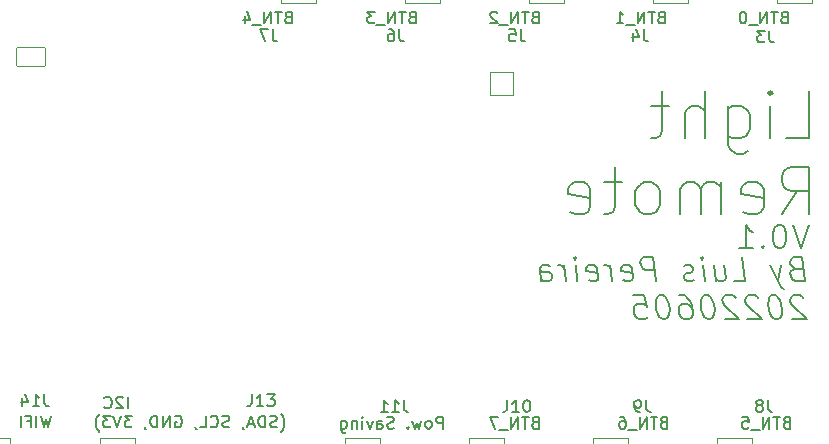
<source format=gbo>
%TF.GenerationSoftware,KiCad,Pcbnew,(6.0.4)*%
%TF.CreationDate,2022-05-09T12:24:25+01:00*%
%TF.ProjectId,light_remote_controller,6c696768-745f-4726-956d-6f74655f636f,v0.1*%
%TF.SameCoordinates,Original*%
%TF.FileFunction,Legend,Bot*%
%TF.FilePolarity,Positive*%
%FSLAX46Y46*%
G04 Gerber Fmt 4.6, Leading zero omitted, Abs format (unit mm)*
G04 Created by KiCad (PCBNEW (6.0.4)) date 2022-05-09 12:24:25*
%MOMM*%
%LPD*%
G01*
G04 APERTURE LIST*
G04 Aperture macros list*
%AMRoundRect*
0 Rectangle with rounded corners*
0 $1 Rounding radius*
0 $2 $3 $4 $5 $6 $7 $8 $9 X,Y pos of 4 corners*
0 Add a 4 corners polygon primitive as box body*
4,1,4,$2,$3,$4,$5,$6,$7,$8,$9,$2,$3,0*
0 Add four circle primitives for the rounded corners*
1,1,$1+$1,$2,$3*
1,1,$1+$1,$4,$5*
1,1,$1+$1,$6,$7*
1,1,$1+$1,$8,$9*
0 Add four rect primitives between the rounded corners*
20,1,$1+$1,$2,$3,$4,$5,0*
20,1,$1+$1,$4,$5,$6,$7,0*
20,1,$1+$1,$6,$7,$8,$9,0*
20,1,$1+$1,$8,$9,$2,$3,0*%
G04 Aperture macros list end*
%ADD10C,0.150000*%
%ADD11C,0.160000*%
%ADD12RoundRect,0.050000X-0.850000X0.850000X-0.850000X-0.850000X0.850000X-0.850000X0.850000X0.850000X0*%
%ADD13O,1.800000X1.800000*%
%ADD14RoundRect,0.050000X1.500000X1.500000X-1.500000X1.500000X-1.500000X-1.500000X1.500000X-1.500000X0*%
%ADD15C,3.100000*%
%ADD16RoundRect,0.050000X-1.500000X-1.500000X1.500000X-1.500000X1.500000X1.500000X-1.500000X1.500000X0*%
%ADD17RoundRect,0.050000X0.900000X-0.900000X0.900000X0.900000X-0.900000X0.900000X-0.900000X-0.900000X0*%
%ADD18C,1.900000*%
%ADD19RoundRect,0.050000X-1.200000X-0.800000X1.200000X-0.800000X1.200000X0.800000X-1.200000X0.800000X0*%
%ADD20O,2.500000X1.700000*%
%ADD21C,1.624000*%
%ADD22RoundRect,0.050000X-1.000000X1.000000X-1.000000X-1.000000X1.000000X-1.000000X1.000000X1.000000X0*%
%ADD23O,1.700000X2.100000*%
G04 APERTURE END LIST*
D10*
X255890476Y-46528571D02*
X255747619Y-46576190D01*
X255700000Y-46623809D01*
X255652380Y-46719047D01*
X255652380Y-46861904D01*
X255700000Y-46957142D01*
X255747619Y-47004761D01*
X255842857Y-47052380D01*
X256223809Y-47052380D01*
X256223809Y-46052380D01*
X255890476Y-46052380D01*
X255795238Y-46100000D01*
X255747619Y-46147619D01*
X255700000Y-46242857D01*
X255700000Y-46338095D01*
X255747619Y-46433333D01*
X255795238Y-46480952D01*
X255890476Y-46528571D01*
X256223809Y-46528571D01*
X255366666Y-46052380D02*
X254795238Y-46052380D01*
X255080952Y-47052380D02*
X255080952Y-46052380D01*
X254461904Y-47052380D02*
X254461904Y-46052380D01*
X253890476Y-47052380D01*
X253890476Y-46052380D01*
X253652380Y-47147619D02*
X252890476Y-47147619D01*
X252461904Y-46052380D02*
X252366666Y-46052380D01*
X252271428Y-46100000D01*
X252223809Y-46147619D01*
X252176190Y-46242857D01*
X252128571Y-46433333D01*
X252128571Y-46671428D01*
X252176190Y-46861904D01*
X252223809Y-46957142D01*
X252271428Y-47004761D01*
X252366666Y-47052380D01*
X252461904Y-47052380D01*
X252557142Y-47004761D01*
X252604761Y-46957142D01*
X252652380Y-46861904D01*
X252700000Y-46671428D01*
X252700000Y-46433333D01*
X252652380Y-46242857D01*
X252604761Y-46147619D01*
X252557142Y-46100000D01*
X252461904Y-46052380D01*
X234790476Y-46528571D02*
X234647619Y-46576190D01*
X234600000Y-46623809D01*
X234552380Y-46719047D01*
X234552380Y-46861904D01*
X234600000Y-46957142D01*
X234647619Y-47004761D01*
X234742857Y-47052380D01*
X235123809Y-47052380D01*
X235123809Y-46052380D01*
X234790476Y-46052380D01*
X234695238Y-46100000D01*
X234647619Y-46147619D01*
X234600000Y-46242857D01*
X234600000Y-46338095D01*
X234647619Y-46433333D01*
X234695238Y-46480952D01*
X234790476Y-46528571D01*
X235123809Y-46528571D01*
X234266666Y-46052380D02*
X233695238Y-46052380D01*
X233980952Y-47052380D02*
X233980952Y-46052380D01*
X233361904Y-47052380D02*
X233361904Y-46052380D01*
X232790476Y-47052380D01*
X232790476Y-46052380D01*
X232552380Y-47147619D02*
X231790476Y-47147619D01*
X231600000Y-46147619D02*
X231552380Y-46100000D01*
X231457142Y-46052380D01*
X231219047Y-46052380D01*
X231123809Y-46100000D01*
X231076190Y-46147619D01*
X231028571Y-46242857D01*
X231028571Y-46338095D01*
X231076190Y-46480952D01*
X231647619Y-47052380D01*
X231028571Y-47052380D01*
X200349880Y-79647380D02*
X200349880Y-78647380D01*
X199921309Y-78742619D02*
X199873690Y-78695000D01*
X199778452Y-78647380D01*
X199540357Y-78647380D01*
X199445119Y-78695000D01*
X199397500Y-78742619D01*
X199349880Y-78837857D01*
X199349880Y-78933095D01*
X199397500Y-79075952D01*
X199968928Y-79647380D01*
X199349880Y-79647380D01*
X198349880Y-79552142D02*
X198397500Y-79599761D01*
X198540357Y-79647380D01*
X198635595Y-79647380D01*
X198778452Y-79599761D01*
X198873690Y-79504523D01*
X198921309Y-79409285D01*
X198968928Y-79218809D01*
X198968928Y-79075952D01*
X198921309Y-78885476D01*
X198873690Y-78790238D01*
X198778452Y-78695000D01*
X198635595Y-78647380D01*
X198540357Y-78647380D01*
X198397500Y-78695000D01*
X198349880Y-78742619D01*
X213302261Y-81638333D02*
X213349880Y-81590714D01*
X213445119Y-81447857D01*
X213492738Y-81352619D01*
X213540357Y-81209761D01*
X213587976Y-80971666D01*
X213587976Y-80781190D01*
X213540357Y-80543095D01*
X213492738Y-80400238D01*
X213445119Y-80305000D01*
X213349880Y-80162142D01*
X213302261Y-80114523D01*
X212968928Y-81209761D02*
X212826071Y-81257380D01*
X212587976Y-81257380D01*
X212492738Y-81209761D01*
X212445119Y-81162142D01*
X212397500Y-81066904D01*
X212397500Y-80971666D01*
X212445119Y-80876428D01*
X212492738Y-80828809D01*
X212587976Y-80781190D01*
X212778452Y-80733571D01*
X212873690Y-80685952D01*
X212921309Y-80638333D01*
X212968928Y-80543095D01*
X212968928Y-80447857D01*
X212921309Y-80352619D01*
X212873690Y-80305000D01*
X212778452Y-80257380D01*
X212540357Y-80257380D01*
X212397500Y-80305000D01*
X211968928Y-81257380D02*
X211968928Y-80257380D01*
X211730833Y-80257380D01*
X211587976Y-80305000D01*
X211492738Y-80400238D01*
X211445119Y-80495476D01*
X211397500Y-80685952D01*
X211397500Y-80828809D01*
X211445119Y-81019285D01*
X211492738Y-81114523D01*
X211587976Y-81209761D01*
X211730833Y-81257380D01*
X211968928Y-81257380D01*
X211016547Y-80971666D02*
X210540357Y-80971666D01*
X211111785Y-81257380D02*
X210778452Y-80257380D01*
X210445119Y-81257380D01*
X210064166Y-81209761D02*
X210064166Y-81257380D01*
X210111785Y-81352619D01*
X210159404Y-81400238D01*
X208921309Y-81209761D02*
X208778452Y-81257380D01*
X208540357Y-81257380D01*
X208445119Y-81209761D01*
X208397500Y-81162142D01*
X208349880Y-81066904D01*
X208349880Y-80971666D01*
X208397500Y-80876428D01*
X208445119Y-80828809D01*
X208540357Y-80781190D01*
X208730833Y-80733571D01*
X208826071Y-80685952D01*
X208873690Y-80638333D01*
X208921309Y-80543095D01*
X208921309Y-80447857D01*
X208873690Y-80352619D01*
X208826071Y-80305000D01*
X208730833Y-80257380D01*
X208492738Y-80257380D01*
X208349880Y-80305000D01*
X207349880Y-81162142D02*
X207397500Y-81209761D01*
X207540357Y-81257380D01*
X207635595Y-81257380D01*
X207778452Y-81209761D01*
X207873690Y-81114523D01*
X207921309Y-81019285D01*
X207968928Y-80828809D01*
X207968928Y-80685952D01*
X207921309Y-80495476D01*
X207873690Y-80400238D01*
X207778452Y-80305000D01*
X207635595Y-80257380D01*
X207540357Y-80257380D01*
X207397500Y-80305000D01*
X207349880Y-80352619D01*
X206445119Y-81257380D02*
X206921309Y-81257380D01*
X206921309Y-80257380D01*
X206064166Y-81209761D02*
X206064166Y-81257380D01*
X206111785Y-81352619D01*
X206159404Y-81400238D01*
X204349880Y-80305000D02*
X204445119Y-80257380D01*
X204587976Y-80257380D01*
X204730833Y-80305000D01*
X204826071Y-80400238D01*
X204873690Y-80495476D01*
X204921309Y-80685952D01*
X204921309Y-80828809D01*
X204873690Y-81019285D01*
X204826071Y-81114523D01*
X204730833Y-81209761D01*
X204587976Y-81257380D01*
X204492738Y-81257380D01*
X204349880Y-81209761D01*
X204302261Y-81162142D01*
X204302261Y-80828809D01*
X204492738Y-80828809D01*
X203873690Y-81257380D02*
X203873690Y-80257380D01*
X203302261Y-81257380D01*
X203302261Y-80257380D01*
X202826071Y-81257380D02*
X202826071Y-80257380D01*
X202587976Y-80257380D01*
X202445119Y-80305000D01*
X202349880Y-80400238D01*
X202302261Y-80495476D01*
X202254642Y-80685952D01*
X202254642Y-80828809D01*
X202302261Y-81019285D01*
X202349880Y-81114523D01*
X202445119Y-81209761D01*
X202587976Y-81257380D01*
X202826071Y-81257380D01*
X201778452Y-81209761D02*
X201778452Y-81257380D01*
X201826071Y-81352619D01*
X201873690Y-81400238D01*
X200683214Y-80257380D02*
X200064166Y-80257380D01*
X200397500Y-80638333D01*
X200254642Y-80638333D01*
X200159404Y-80685952D01*
X200111785Y-80733571D01*
X200064166Y-80828809D01*
X200064166Y-81066904D01*
X200111785Y-81162142D01*
X200159404Y-81209761D01*
X200254642Y-81257380D01*
X200540357Y-81257380D01*
X200635595Y-81209761D01*
X200683214Y-81162142D01*
X199778452Y-80257380D02*
X199445119Y-81257380D01*
X199111785Y-80257380D01*
X198873690Y-80257380D02*
X198254642Y-80257380D01*
X198587976Y-80638333D01*
X198445119Y-80638333D01*
X198349880Y-80685952D01*
X198302261Y-80733571D01*
X198254642Y-80828809D01*
X198254642Y-81066904D01*
X198302261Y-81162142D01*
X198349880Y-81209761D01*
X198445119Y-81257380D01*
X198730833Y-81257380D01*
X198826071Y-81209761D01*
X198873690Y-81162142D01*
X197921309Y-81638333D02*
X197873690Y-81590714D01*
X197778452Y-81447857D01*
X197730833Y-81352619D01*
X197683214Y-81209761D01*
X197635595Y-80971666D01*
X197635595Y-80781190D01*
X197683214Y-80543095D01*
X197730833Y-80400238D01*
X197778452Y-80305000D01*
X197873690Y-80162142D01*
X197921309Y-80114523D01*
X213890476Y-46528571D02*
X213747619Y-46576190D01*
X213700000Y-46623809D01*
X213652380Y-46719047D01*
X213652380Y-46861904D01*
X213700000Y-46957142D01*
X213747619Y-47004761D01*
X213842857Y-47052380D01*
X214223809Y-47052380D01*
X214223809Y-46052380D01*
X213890476Y-46052380D01*
X213795238Y-46100000D01*
X213747619Y-46147619D01*
X213700000Y-46242857D01*
X213700000Y-46338095D01*
X213747619Y-46433333D01*
X213795238Y-46480952D01*
X213890476Y-46528571D01*
X214223809Y-46528571D01*
X213366666Y-46052380D02*
X212795238Y-46052380D01*
X213080952Y-47052380D02*
X213080952Y-46052380D01*
X212461904Y-47052380D02*
X212461904Y-46052380D01*
X211890476Y-47052380D01*
X211890476Y-46052380D01*
X211652380Y-47147619D02*
X210890476Y-47147619D01*
X210223809Y-46385714D02*
X210223809Y-47052380D01*
X210461904Y-46004761D02*
X210700000Y-46719047D01*
X210080952Y-46719047D01*
X227009523Y-81352380D02*
X227009523Y-80352380D01*
X226628571Y-80352380D01*
X226533333Y-80400000D01*
X226485714Y-80447619D01*
X226438095Y-80542857D01*
X226438095Y-80685714D01*
X226485714Y-80780952D01*
X226533333Y-80828571D01*
X226628571Y-80876190D01*
X227009523Y-80876190D01*
X225866666Y-81352380D02*
X225961904Y-81304761D01*
X226009523Y-81257142D01*
X226057142Y-81161904D01*
X226057142Y-80876190D01*
X226009523Y-80780952D01*
X225961904Y-80733333D01*
X225866666Y-80685714D01*
X225723809Y-80685714D01*
X225628571Y-80733333D01*
X225580952Y-80780952D01*
X225533333Y-80876190D01*
X225533333Y-81161904D01*
X225580952Y-81257142D01*
X225628571Y-81304761D01*
X225723809Y-81352380D01*
X225866666Y-81352380D01*
X225200000Y-80685714D02*
X225009523Y-81352380D01*
X224819047Y-80876190D01*
X224628571Y-81352380D01*
X224438095Y-80685714D01*
X224057142Y-81257142D02*
X224009523Y-81304761D01*
X224057142Y-81352380D01*
X224104761Y-81304761D01*
X224057142Y-81257142D01*
X224057142Y-81352380D01*
X222866666Y-81304761D02*
X222723809Y-81352380D01*
X222485714Y-81352380D01*
X222390476Y-81304761D01*
X222342857Y-81257142D01*
X222295238Y-81161904D01*
X222295238Y-81066666D01*
X222342857Y-80971428D01*
X222390476Y-80923809D01*
X222485714Y-80876190D01*
X222676190Y-80828571D01*
X222771428Y-80780952D01*
X222819047Y-80733333D01*
X222866666Y-80638095D01*
X222866666Y-80542857D01*
X222819047Y-80447619D01*
X222771428Y-80400000D01*
X222676190Y-80352380D01*
X222438095Y-80352380D01*
X222295238Y-80400000D01*
X221438095Y-81352380D02*
X221438095Y-80828571D01*
X221485714Y-80733333D01*
X221580952Y-80685714D01*
X221771428Y-80685714D01*
X221866666Y-80733333D01*
X221438095Y-81304761D02*
X221533333Y-81352380D01*
X221771428Y-81352380D01*
X221866666Y-81304761D01*
X221914285Y-81209523D01*
X221914285Y-81114285D01*
X221866666Y-81019047D01*
X221771428Y-80971428D01*
X221533333Y-80971428D01*
X221438095Y-80923809D01*
X221057142Y-80685714D02*
X220819047Y-81352380D01*
X220580952Y-80685714D01*
X220200000Y-81352380D02*
X220200000Y-80685714D01*
X220200000Y-80352380D02*
X220247619Y-80400000D01*
X220200000Y-80447619D01*
X220152380Y-80400000D01*
X220200000Y-80352380D01*
X220200000Y-80447619D01*
X219723809Y-80685714D02*
X219723809Y-81352380D01*
X219723809Y-80780952D02*
X219676190Y-80733333D01*
X219580952Y-80685714D01*
X219438095Y-80685714D01*
X219342857Y-80733333D01*
X219295238Y-80828571D01*
X219295238Y-81352380D01*
X218390476Y-80685714D02*
X218390476Y-81495238D01*
X218438095Y-81590476D01*
X218485714Y-81638095D01*
X218580952Y-81685714D01*
X218723809Y-81685714D01*
X218819047Y-81638095D01*
X218390476Y-81304761D02*
X218485714Y-81352380D01*
X218676190Y-81352380D01*
X218771428Y-81304761D01*
X218819047Y-81257142D01*
X218866666Y-81161904D01*
X218866666Y-80876190D01*
X218819047Y-80780952D01*
X218771428Y-80733333D01*
X218676190Y-80685714D01*
X218485714Y-80685714D01*
X218390476Y-80733333D01*
X245690476Y-80828571D02*
X245547619Y-80876190D01*
X245500000Y-80923809D01*
X245452380Y-81019047D01*
X245452380Y-81161904D01*
X245500000Y-81257142D01*
X245547619Y-81304761D01*
X245642857Y-81352380D01*
X246023809Y-81352380D01*
X246023809Y-80352380D01*
X245690476Y-80352380D01*
X245595238Y-80400000D01*
X245547619Y-80447619D01*
X245500000Y-80542857D01*
X245500000Y-80638095D01*
X245547619Y-80733333D01*
X245595238Y-80780952D01*
X245690476Y-80828571D01*
X246023809Y-80828571D01*
X245166666Y-80352380D02*
X244595238Y-80352380D01*
X244880952Y-81352380D02*
X244880952Y-80352380D01*
X244261904Y-81352380D02*
X244261904Y-80352380D01*
X243690476Y-81352380D01*
X243690476Y-80352380D01*
X243452380Y-81447619D02*
X242690476Y-81447619D01*
X242023809Y-80352380D02*
X242214285Y-80352380D01*
X242309523Y-80400000D01*
X242357142Y-80447619D01*
X242452380Y-80590476D01*
X242500000Y-80780952D01*
X242500000Y-81161904D01*
X242452380Y-81257142D01*
X242404761Y-81304761D01*
X242309523Y-81352380D01*
X242119047Y-81352380D01*
X242023809Y-81304761D01*
X241976190Y-81257142D01*
X241928571Y-81161904D01*
X241928571Y-80923809D01*
X241976190Y-80828571D01*
X242023809Y-80780952D01*
X242119047Y-80733333D01*
X242309523Y-80733333D01*
X242404761Y-80780952D01*
X242452380Y-80828571D01*
X242500000Y-80923809D01*
D11*
X258005523Y-64104761D02*
X257338857Y-66104761D01*
X256672190Y-64104761D01*
X255624571Y-64104761D02*
X255434095Y-64104761D01*
X255243619Y-64200000D01*
X255148380Y-64295238D01*
X255053142Y-64485714D01*
X254957904Y-64866666D01*
X254957904Y-65342857D01*
X255053142Y-65723809D01*
X255148380Y-65914285D01*
X255243619Y-66009523D01*
X255434095Y-66104761D01*
X255624571Y-66104761D01*
X255815047Y-66009523D01*
X255910285Y-65914285D01*
X256005523Y-65723809D01*
X256100761Y-65342857D01*
X256100761Y-64866666D01*
X256005523Y-64485714D01*
X255910285Y-64295238D01*
X255815047Y-64200000D01*
X255624571Y-64104761D01*
X254100761Y-65914285D02*
X254005523Y-66009523D01*
X254100761Y-66104761D01*
X254196000Y-66009523D01*
X254100761Y-65914285D01*
X254100761Y-66104761D01*
X252100761Y-66104761D02*
X253243619Y-66104761D01*
X252672190Y-66104761D02*
X252672190Y-64104761D01*
X252862666Y-64390476D01*
X253053142Y-64580952D01*
X253243619Y-64676190D01*
X256075457Y-56728323D02*
X257980219Y-56728323D01*
X257980219Y-52728323D01*
X254742123Y-56728323D02*
X254742123Y-54061657D01*
X254742123Y-52728323D02*
X254932600Y-52918800D01*
X254742123Y-53109276D01*
X254551647Y-52918800D01*
X254742123Y-52728323D01*
X254742123Y-53109276D01*
X251123076Y-54061657D02*
X251123076Y-57299752D01*
X251313552Y-57680704D01*
X251504028Y-57871180D01*
X251884980Y-58061657D01*
X252456409Y-58061657D01*
X252837361Y-57871180D01*
X251123076Y-56537847D02*
X251504028Y-56728323D01*
X252265933Y-56728323D01*
X252646885Y-56537847D01*
X252837361Y-56347371D01*
X253027838Y-55966419D01*
X253027838Y-54823561D01*
X252837361Y-54442609D01*
X252646885Y-54252133D01*
X252265933Y-54061657D01*
X251504028Y-54061657D01*
X251123076Y-54252133D01*
X249218314Y-56728323D02*
X249218314Y-52728323D01*
X247504028Y-56728323D02*
X247504028Y-54633085D01*
X247694504Y-54252133D01*
X248075457Y-54061657D01*
X248646885Y-54061657D01*
X249027838Y-54252133D01*
X249218314Y-54442609D01*
X246170695Y-54061657D02*
X244646885Y-54061657D01*
X245599266Y-52728323D02*
X245599266Y-56156895D01*
X245408790Y-56537847D01*
X245027838Y-56728323D01*
X244646885Y-56728323D01*
X255694504Y-63168323D02*
X257027838Y-61263561D01*
X257980219Y-63168323D02*
X257980219Y-59168323D01*
X256456409Y-59168323D01*
X256075457Y-59358800D01*
X255884980Y-59549276D01*
X255694504Y-59930228D01*
X255694504Y-60501657D01*
X255884980Y-60882609D01*
X256075457Y-61073085D01*
X256456409Y-61263561D01*
X257980219Y-61263561D01*
X252456409Y-62977847D02*
X252837361Y-63168323D01*
X253599266Y-63168323D01*
X253980219Y-62977847D01*
X254170695Y-62596895D01*
X254170695Y-61073085D01*
X253980219Y-60692133D01*
X253599266Y-60501657D01*
X252837361Y-60501657D01*
X252456409Y-60692133D01*
X252265933Y-61073085D01*
X252265933Y-61454038D01*
X254170695Y-61834990D01*
X250551647Y-63168323D02*
X250551647Y-60501657D01*
X250551647Y-60882609D02*
X250361171Y-60692133D01*
X249980219Y-60501657D01*
X249408790Y-60501657D01*
X249027838Y-60692133D01*
X248837361Y-61073085D01*
X248837361Y-63168323D01*
X248837361Y-61073085D02*
X248646885Y-60692133D01*
X248265933Y-60501657D01*
X247694504Y-60501657D01*
X247313552Y-60692133D01*
X247123076Y-61073085D01*
X247123076Y-63168323D01*
X244646885Y-63168323D02*
X245027838Y-62977847D01*
X245218314Y-62787371D01*
X245408790Y-62406419D01*
X245408790Y-61263561D01*
X245218314Y-60882609D01*
X245027838Y-60692133D01*
X244646885Y-60501657D01*
X244075457Y-60501657D01*
X243694504Y-60692133D01*
X243504028Y-60882609D01*
X243313552Y-61263561D01*
X243313552Y-62406419D01*
X243504028Y-62787371D01*
X243694504Y-62977847D01*
X244075457Y-63168323D01*
X244646885Y-63168323D01*
X242170695Y-60501657D02*
X240646885Y-60501657D01*
X241599266Y-59168323D02*
X241599266Y-62596895D01*
X241408790Y-62977847D01*
X241027838Y-63168323D01*
X240646885Y-63168323D01*
X237789742Y-62977847D02*
X238170695Y-63168323D01*
X238932600Y-63168323D01*
X239313552Y-62977847D01*
X239504028Y-62596895D01*
X239504028Y-61073085D01*
X239313552Y-60692133D01*
X238932600Y-60501657D01*
X238170695Y-60501657D01*
X237789742Y-60692133D01*
X237599266Y-61073085D01*
X237599266Y-61454038D01*
X239504028Y-61834990D01*
D10*
X245490476Y-46528571D02*
X245347619Y-46576190D01*
X245300000Y-46623809D01*
X245252380Y-46719047D01*
X245252380Y-46861904D01*
X245300000Y-46957142D01*
X245347619Y-47004761D01*
X245442857Y-47052380D01*
X245823809Y-47052380D01*
X245823809Y-46052380D01*
X245490476Y-46052380D01*
X245395238Y-46100000D01*
X245347619Y-46147619D01*
X245300000Y-46242857D01*
X245300000Y-46338095D01*
X245347619Y-46433333D01*
X245395238Y-46480952D01*
X245490476Y-46528571D01*
X245823809Y-46528571D01*
X244966666Y-46052380D02*
X244395238Y-46052380D01*
X244680952Y-47052380D02*
X244680952Y-46052380D01*
X244061904Y-47052380D02*
X244061904Y-46052380D01*
X243490476Y-47052380D01*
X243490476Y-46052380D01*
X243252380Y-47147619D02*
X242490476Y-47147619D01*
X241728571Y-47052380D02*
X242300000Y-47052380D01*
X242014285Y-47052380D02*
X242014285Y-46052380D01*
X242109523Y-46195238D01*
X242204761Y-46290476D01*
X242300000Y-46338095D01*
X234790476Y-80828571D02*
X234647619Y-80876190D01*
X234600000Y-80923809D01*
X234552380Y-81019047D01*
X234552380Y-81161904D01*
X234600000Y-81257142D01*
X234647619Y-81304761D01*
X234742857Y-81352380D01*
X235123809Y-81352380D01*
X235123809Y-80352380D01*
X234790476Y-80352380D01*
X234695238Y-80400000D01*
X234647619Y-80447619D01*
X234600000Y-80542857D01*
X234600000Y-80638095D01*
X234647619Y-80733333D01*
X234695238Y-80780952D01*
X234790476Y-80828571D01*
X235123809Y-80828571D01*
X234266666Y-80352380D02*
X233695238Y-80352380D01*
X233980952Y-81352380D02*
X233980952Y-80352380D01*
X233361904Y-81352380D02*
X233361904Y-80352380D01*
X232790476Y-81352380D01*
X232790476Y-80352380D01*
X232552380Y-81447619D02*
X231790476Y-81447619D01*
X231647619Y-80352380D02*
X230980952Y-80352380D01*
X231409523Y-81352380D01*
D11*
X256846785Y-67803242D02*
X256572976Y-67898480D01*
X256489642Y-67993719D01*
X256418214Y-68184195D01*
X256453928Y-68469909D01*
X256572976Y-68660385D01*
X256680119Y-68755623D01*
X256882500Y-68850861D01*
X257644404Y-68850861D01*
X257394404Y-66850861D01*
X256727738Y-66850861D01*
X256549166Y-66946100D01*
X256465833Y-67041338D01*
X256394404Y-67231814D01*
X256418214Y-67422290D01*
X256537261Y-67612766D01*
X256644404Y-67708004D01*
X256846785Y-67803242D01*
X257513452Y-67803242D01*
X255668214Y-67517528D02*
X255358690Y-68850861D01*
X254715833Y-67517528D02*
X255358690Y-68850861D01*
X255608690Y-69327052D01*
X255715833Y-69422290D01*
X255918214Y-69517528D01*
X251644404Y-68850861D02*
X252596785Y-68850861D01*
X252346785Y-66850861D01*
X249953928Y-67517528D02*
X250120595Y-68850861D01*
X250811071Y-67517528D02*
X250942023Y-68565147D01*
X250870595Y-68755623D01*
X250692023Y-68850861D01*
X250406309Y-68850861D01*
X250203928Y-68755623D01*
X250096785Y-68660385D01*
X249168214Y-68850861D02*
X249001547Y-67517528D01*
X248918214Y-66850861D02*
X249025357Y-66946100D01*
X248942023Y-67041338D01*
X248834880Y-66946100D01*
X248918214Y-66850861D01*
X248942023Y-67041338D01*
X248299166Y-68755623D02*
X248120595Y-68850861D01*
X247739642Y-68850861D01*
X247537261Y-68755623D01*
X247418214Y-68565147D01*
X247406309Y-68469909D01*
X247477738Y-68279433D01*
X247656309Y-68184195D01*
X247942023Y-68184195D01*
X248120595Y-68088957D01*
X248192023Y-67898480D01*
X248180119Y-67803242D01*
X248061071Y-67612766D01*
X247858690Y-67517528D01*
X247572976Y-67517528D01*
X247394404Y-67612766D01*
X245072976Y-68850861D02*
X244822976Y-66850861D01*
X244061071Y-66850861D01*
X243882500Y-66946100D01*
X243799166Y-67041338D01*
X243727738Y-67231814D01*
X243763452Y-67517528D01*
X243882500Y-67708004D01*
X243989642Y-67803242D01*
X244192023Y-67898480D01*
X244953928Y-67898480D01*
X242299166Y-68755623D02*
X242501547Y-68850861D01*
X242882500Y-68850861D01*
X243061071Y-68755623D01*
X243132500Y-68565147D01*
X243037261Y-67803242D01*
X242918214Y-67612766D01*
X242715833Y-67517528D01*
X242334880Y-67517528D01*
X242156309Y-67612766D01*
X242084880Y-67803242D01*
X242108690Y-67993719D01*
X243084880Y-68184195D01*
X241358690Y-68850861D02*
X241192023Y-67517528D01*
X241239642Y-67898480D02*
X241120595Y-67708004D01*
X241013452Y-67612766D01*
X240811071Y-67517528D01*
X240620595Y-67517528D01*
X239346785Y-68755623D02*
X239549166Y-68850861D01*
X239930119Y-68850861D01*
X240108690Y-68755623D01*
X240180119Y-68565147D01*
X240084880Y-67803242D01*
X239965833Y-67612766D01*
X239763452Y-67517528D01*
X239382500Y-67517528D01*
X239203928Y-67612766D01*
X239132500Y-67803242D01*
X239156309Y-67993719D01*
X240132500Y-68184195D01*
X238406309Y-68850861D02*
X238239642Y-67517528D01*
X238156309Y-66850861D02*
X238263452Y-66946100D01*
X238180119Y-67041338D01*
X238072976Y-66946100D01*
X238156309Y-66850861D01*
X238180119Y-67041338D01*
X237453928Y-68850861D02*
X237287261Y-67517528D01*
X237334880Y-67898480D02*
X237215833Y-67708004D01*
X237108690Y-67612766D01*
X236906309Y-67517528D01*
X236715833Y-67517528D01*
X235358690Y-68850861D02*
X235227738Y-67803242D01*
X235299166Y-67612766D01*
X235477738Y-67517528D01*
X235858690Y-67517528D01*
X236061071Y-67612766D01*
X235346785Y-68755623D02*
X235549166Y-68850861D01*
X236025357Y-68850861D01*
X236203928Y-68755623D01*
X236275357Y-68565147D01*
X236251547Y-68374671D01*
X236132500Y-68184195D01*
X235930119Y-68088957D01*
X235453928Y-68088957D01*
X235251547Y-67993719D01*
X257513452Y-70261338D02*
X257406309Y-70166100D01*
X257203928Y-70070861D01*
X256727738Y-70070861D01*
X256549166Y-70166100D01*
X256465833Y-70261338D01*
X256394404Y-70451814D01*
X256418214Y-70642290D01*
X256549166Y-70928004D01*
X257834880Y-72070861D01*
X256596785Y-72070861D01*
X255108690Y-70070861D02*
X254918214Y-70070861D01*
X254739642Y-70166100D01*
X254656309Y-70261338D01*
X254584880Y-70451814D01*
X254537261Y-70832766D01*
X254596785Y-71308957D01*
X254739642Y-71689909D01*
X254858690Y-71880385D01*
X254965833Y-71975623D01*
X255168214Y-72070861D01*
X255358690Y-72070861D01*
X255537261Y-71975623D01*
X255620595Y-71880385D01*
X255692023Y-71689909D01*
X255739642Y-71308957D01*
X255680119Y-70832766D01*
X255537261Y-70451814D01*
X255418214Y-70261338D01*
X255311071Y-70166100D01*
X255108690Y-70070861D01*
X253703928Y-70261338D02*
X253596785Y-70166100D01*
X253394404Y-70070861D01*
X252918214Y-70070861D01*
X252739642Y-70166100D01*
X252656309Y-70261338D01*
X252584880Y-70451814D01*
X252608690Y-70642290D01*
X252739642Y-70928004D01*
X254025357Y-72070861D01*
X252787261Y-72070861D01*
X251799166Y-70261338D02*
X251692023Y-70166100D01*
X251489642Y-70070861D01*
X251013452Y-70070861D01*
X250834880Y-70166100D01*
X250751547Y-70261338D01*
X250680119Y-70451814D01*
X250703928Y-70642290D01*
X250834880Y-70928004D01*
X252120595Y-72070861D01*
X250882500Y-72070861D01*
X249394404Y-70070861D02*
X249203928Y-70070861D01*
X249025357Y-70166100D01*
X248942023Y-70261338D01*
X248870595Y-70451814D01*
X248822976Y-70832766D01*
X248882500Y-71308957D01*
X249025357Y-71689909D01*
X249144404Y-71880385D01*
X249251547Y-71975623D01*
X249453928Y-72070861D01*
X249644404Y-72070861D01*
X249822976Y-71975623D01*
X249906309Y-71880385D01*
X249977738Y-71689909D01*
X250025357Y-71308957D01*
X249965833Y-70832766D01*
X249822976Y-70451814D01*
X249703928Y-70261338D01*
X249596785Y-70166100D01*
X249394404Y-70070861D01*
X247013452Y-70070861D02*
X247394404Y-70070861D01*
X247596785Y-70166100D01*
X247703928Y-70261338D01*
X247930119Y-70547052D01*
X248072976Y-70928004D01*
X248168214Y-71689909D01*
X248096785Y-71880385D01*
X248013452Y-71975623D01*
X247834880Y-72070861D01*
X247453928Y-72070861D01*
X247251547Y-71975623D01*
X247144404Y-71880385D01*
X247025357Y-71689909D01*
X246965833Y-71213719D01*
X247037261Y-71023242D01*
X247120595Y-70928004D01*
X247299166Y-70832766D01*
X247680119Y-70832766D01*
X247882500Y-70928004D01*
X247989642Y-71023242D01*
X248108690Y-71213719D01*
X245584880Y-70070861D02*
X245394404Y-70070861D01*
X245215833Y-70166100D01*
X245132500Y-70261338D01*
X245061071Y-70451814D01*
X245013452Y-70832766D01*
X245072976Y-71308957D01*
X245215833Y-71689909D01*
X245334880Y-71880385D01*
X245442023Y-71975623D01*
X245644404Y-72070861D01*
X245834880Y-72070861D01*
X246013452Y-71975623D01*
X246096785Y-71880385D01*
X246168214Y-71689909D01*
X246215833Y-71308957D01*
X246156309Y-70832766D01*
X246013452Y-70451814D01*
X245894404Y-70261338D01*
X245787261Y-70166100D01*
X245584880Y-70070861D01*
X243108690Y-70070861D02*
X244061071Y-70070861D01*
X244275357Y-71023242D01*
X244168214Y-70928004D01*
X243965833Y-70832766D01*
X243489642Y-70832766D01*
X243311071Y-70928004D01*
X243227738Y-71023242D01*
X243156309Y-71213719D01*
X243215833Y-71689909D01*
X243334880Y-71880385D01*
X243442023Y-71975623D01*
X243644404Y-72070861D01*
X244120595Y-72070861D01*
X244299166Y-71975623D01*
X244382500Y-71880385D01*
D10*
X256090476Y-80828571D02*
X255947619Y-80876190D01*
X255900000Y-80923809D01*
X255852380Y-81019047D01*
X255852380Y-81161904D01*
X255900000Y-81257142D01*
X255947619Y-81304761D01*
X256042857Y-81352380D01*
X256423809Y-81352380D01*
X256423809Y-80352380D01*
X256090476Y-80352380D01*
X255995238Y-80400000D01*
X255947619Y-80447619D01*
X255900000Y-80542857D01*
X255900000Y-80638095D01*
X255947619Y-80733333D01*
X255995238Y-80780952D01*
X256090476Y-80828571D01*
X256423809Y-80828571D01*
X255566666Y-80352380D02*
X254995238Y-80352380D01*
X255280952Y-81352380D02*
X255280952Y-80352380D01*
X254661904Y-81352380D02*
X254661904Y-80352380D01*
X254090476Y-81352380D01*
X254090476Y-80352380D01*
X253852380Y-81447619D02*
X253090476Y-81447619D01*
X252376190Y-80352380D02*
X252852380Y-80352380D01*
X252900000Y-80828571D01*
X252852380Y-80780952D01*
X252757142Y-80733333D01*
X252519047Y-80733333D01*
X252423809Y-80780952D01*
X252376190Y-80828571D01*
X252328571Y-80923809D01*
X252328571Y-81161904D01*
X252376190Y-81257142D01*
X252423809Y-81304761D01*
X252519047Y-81352380D01*
X252757142Y-81352380D01*
X252852380Y-81304761D01*
X252900000Y-81257142D01*
X224390476Y-46528571D02*
X224247619Y-46576190D01*
X224200000Y-46623809D01*
X224152380Y-46719047D01*
X224152380Y-46861904D01*
X224200000Y-46957142D01*
X224247619Y-47004761D01*
X224342857Y-47052380D01*
X224723809Y-47052380D01*
X224723809Y-46052380D01*
X224390476Y-46052380D01*
X224295238Y-46100000D01*
X224247619Y-46147619D01*
X224200000Y-46242857D01*
X224200000Y-46338095D01*
X224247619Y-46433333D01*
X224295238Y-46480952D01*
X224390476Y-46528571D01*
X224723809Y-46528571D01*
X223866666Y-46052380D02*
X223295238Y-46052380D01*
X223580952Y-47052380D02*
X223580952Y-46052380D01*
X222961904Y-47052380D02*
X222961904Y-46052380D01*
X222390476Y-47052380D01*
X222390476Y-46052380D01*
X222152380Y-47147619D02*
X221390476Y-47147619D01*
X221247619Y-46052380D02*
X220628571Y-46052380D01*
X220961904Y-46433333D01*
X220819047Y-46433333D01*
X220723809Y-46480952D01*
X220676190Y-46528571D01*
X220628571Y-46623809D01*
X220628571Y-46861904D01*
X220676190Y-46957142D01*
X220723809Y-47004761D01*
X220819047Y-47052380D01*
X221104761Y-47052380D01*
X221200000Y-47004761D01*
X221247619Y-46957142D01*
X193833333Y-80252380D02*
X193595238Y-81252380D01*
X193404761Y-80538095D01*
X193214285Y-81252380D01*
X192976190Y-80252380D01*
X192595238Y-81252380D02*
X192595238Y-80252380D01*
X191785714Y-80728571D02*
X192119047Y-80728571D01*
X192119047Y-81252380D02*
X192119047Y-80252380D01*
X191642857Y-80252380D01*
X191261904Y-81252380D02*
X191261904Y-80252380D01*
X254633333Y-47652380D02*
X254633333Y-48366666D01*
X254680952Y-48509523D01*
X254776190Y-48604761D01*
X254919047Y-48652380D01*
X255014285Y-48652380D01*
X254252380Y-47652380D02*
X253633333Y-47652380D01*
X253966666Y-48033333D01*
X253823809Y-48033333D01*
X253728571Y-48080952D01*
X253680952Y-48128571D01*
X253633333Y-48223809D01*
X253633333Y-48461904D01*
X253680952Y-48557142D01*
X253728571Y-48604761D01*
X253823809Y-48652380D01*
X254109523Y-48652380D01*
X254204761Y-48604761D01*
X254252380Y-48557142D01*
X193269523Y-78452380D02*
X193269523Y-79166666D01*
X193317142Y-79309523D01*
X193412380Y-79404761D01*
X193555238Y-79452380D01*
X193650476Y-79452380D01*
X192269523Y-79452380D02*
X192840952Y-79452380D01*
X192555238Y-79452380D02*
X192555238Y-78452380D01*
X192650476Y-78595238D01*
X192745714Y-78690476D01*
X192840952Y-78738095D01*
X191412380Y-78785714D02*
X191412380Y-79452380D01*
X191650476Y-78404761D02*
X191888571Y-79119047D01*
X191269523Y-79119047D01*
X212593333Y-47552380D02*
X212593333Y-48266666D01*
X212640952Y-48409523D01*
X212736190Y-48504761D01*
X212879047Y-48552380D01*
X212974285Y-48552380D01*
X212212380Y-47552380D02*
X211545714Y-47552380D01*
X211974285Y-48552380D01*
X244233333Y-78952380D02*
X244233333Y-79666666D01*
X244280952Y-79809523D01*
X244376190Y-79904761D01*
X244519047Y-79952380D01*
X244614285Y-79952380D01*
X243709523Y-79952380D02*
X243519047Y-79952380D01*
X243423809Y-79904761D01*
X243376190Y-79857142D01*
X243280952Y-79714285D01*
X243233333Y-79523809D01*
X243233333Y-79142857D01*
X243280952Y-79047619D01*
X243328571Y-79000000D01*
X243423809Y-78952380D01*
X243614285Y-78952380D01*
X243709523Y-79000000D01*
X243757142Y-79047619D01*
X243804761Y-79142857D01*
X243804761Y-79380952D01*
X243757142Y-79476190D01*
X243709523Y-79523809D01*
X243614285Y-79571428D01*
X243423809Y-79571428D01*
X243328571Y-79523809D01*
X243280952Y-79476190D01*
X243233333Y-79380952D01*
X223333333Y-47552380D02*
X223333333Y-48266666D01*
X223380952Y-48409523D01*
X223476190Y-48504761D01*
X223619047Y-48552380D01*
X223714285Y-48552380D01*
X222428571Y-47552380D02*
X222619047Y-47552380D01*
X222714285Y-47600000D01*
X222761904Y-47647619D01*
X222857142Y-47790476D01*
X222904761Y-47980952D01*
X222904761Y-48361904D01*
X222857142Y-48457142D01*
X222809523Y-48504761D01*
X222714285Y-48552380D01*
X222523809Y-48552380D01*
X222428571Y-48504761D01*
X222380952Y-48457142D01*
X222333333Y-48361904D01*
X222333333Y-48123809D01*
X222380952Y-48028571D01*
X222428571Y-47980952D01*
X222523809Y-47933333D01*
X222714285Y-47933333D01*
X222809523Y-47980952D01*
X222857142Y-48028571D01*
X222904761Y-48123809D01*
X223709523Y-78952380D02*
X223709523Y-79666666D01*
X223757142Y-79809523D01*
X223852380Y-79904761D01*
X223995238Y-79952380D01*
X224090476Y-79952380D01*
X222709523Y-79952380D02*
X223280952Y-79952380D01*
X222995238Y-79952380D02*
X222995238Y-78952380D01*
X223090476Y-79095238D01*
X223185714Y-79190476D01*
X223280952Y-79238095D01*
X221757142Y-79952380D02*
X222328571Y-79952380D01*
X222042857Y-79952380D02*
X222042857Y-78952380D01*
X222138095Y-79095238D01*
X222233333Y-79190476D01*
X222328571Y-79238095D01*
X233593333Y-47552380D02*
X233593333Y-48266666D01*
X233640952Y-48409523D01*
X233736190Y-48504761D01*
X233879047Y-48552380D01*
X233974285Y-48552380D01*
X232640952Y-47552380D02*
X233117142Y-47552380D01*
X233164761Y-48028571D01*
X233117142Y-47980952D01*
X233021904Y-47933333D01*
X232783809Y-47933333D01*
X232688571Y-47980952D01*
X232640952Y-48028571D01*
X232593333Y-48123809D01*
X232593333Y-48361904D01*
X232640952Y-48457142D01*
X232688571Y-48504761D01*
X232783809Y-48552380D01*
X233021904Y-48552380D01*
X233117142Y-48504761D01*
X233164761Y-48457142D01*
X254533333Y-78952380D02*
X254533333Y-79666666D01*
X254580952Y-79809523D01*
X254676190Y-79904761D01*
X254819047Y-79952380D01*
X254914285Y-79952380D01*
X253914285Y-79380952D02*
X254009523Y-79333333D01*
X254057142Y-79285714D01*
X254104761Y-79190476D01*
X254104761Y-79142857D01*
X254057142Y-79047619D01*
X254009523Y-79000000D01*
X253914285Y-78952380D01*
X253723809Y-78952380D01*
X253628571Y-79000000D01*
X253580952Y-79047619D01*
X253533333Y-79142857D01*
X253533333Y-79190476D01*
X253580952Y-79285714D01*
X253628571Y-79333333D01*
X253723809Y-79380952D01*
X253914285Y-79380952D01*
X254009523Y-79428571D01*
X254057142Y-79476190D01*
X254104761Y-79571428D01*
X254104761Y-79761904D01*
X254057142Y-79857142D01*
X254009523Y-79904761D01*
X253914285Y-79952380D01*
X253723809Y-79952380D01*
X253628571Y-79904761D01*
X253580952Y-79857142D01*
X253533333Y-79761904D01*
X253533333Y-79571428D01*
X253580952Y-79476190D01*
X253628571Y-79428571D01*
X253723809Y-79380952D01*
X232450476Y-78952380D02*
X232450476Y-79666666D01*
X232402857Y-79809523D01*
X232307619Y-79904761D01*
X232164761Y-79952380D01*
X232069523Y-79952380D01*
X233450476Y-79952380D02*
X232879047Y-79952380D01*
X233164761Y-79952380D02*
X233164761Y-78952380D01*
X233069523Y-79095238D01*
X232974285Y-79190476D01*
X232879047Y-79238095D01*
X234069523Y-78952380D02*
X234164761Y-78952380D01*
X234260000Y-79000000D01*
X234307619Y-79047619D01*
X234355238Y-79142857D01*
X234402857Y-79333333D01*
X234402857Y-79571428D01*
X234355238Y-79761904D01*
X234307619Y-79857142D01*
X234260000Y-79904761D01*
X234164761Y-79952380D01*
X234069523Y-79952380D01*
X233974285Y-79904761D01*
X233926666Y-79857142D01*
X233879047Y-79761904D01*
X233831428Y-79571428D01*
X233831428Y-79333333D01*
X233879047Y-79142857D01*
X233926666Y-79047619D01*
X233974285Y-79000000D01*
X234069523Y-78952380D01*
X244033333Y-47552380D02*
X244033333Y-48266666D01*
X244080952Y-48409523D01*
X244176190Y-48504761D01*
X244319047Y-48552380D01*
X244414285Y-48552380D01*
X243128571Y-47885714D02*
X243128571Y-48552380D01*
X243366666Y-47504761D02*
X243604761Y-48219047D01*
X242985714Y-48219047D01*
X210810476Y-78452380D02*
X210810476Y-79166666D01*
X210762857Y-79309523D01*
X210667619Y-79404761D01*
X210524761Y-79452380D01*
X210429523Y-79452380D01*
X211810476Y-79452380D02*
X211239047Y-79452380D01*
X211524761Y-79452380D02*
X211524761Y-78452380D01*
X211429523Y-78595238D01*
X211334285Y-78690476D01*
X211239047Y-78738095D01*
X212143809Y-78452380D02*
X212762857Y-78452380D01*
X212429523Y-78833333D01*
X212572380Y-78833333D01*
X212667619Y-78880952D01*
X212715238Y-78928571D01*
X212762857Y-79023809D01*
X212762857Y-79261904D01*
X212715238Y-79357142D01*
X212667619Y-79404761D01*
X212572380Y-79452380D01*
X212286666Y-79452380D01*
X212191428Y-79404761D01*
X212143809Y-79357142D01*
%LPC*%
D12*
X182580000Y-84300000D03*
D13*
X180040000Y-84300000D03*
X177500000Y-84300000D03*
D14*
X256800000Y-43900000D03*
D15*
X251720000Y-43900000D03*
D16*
X188920000Y-83700000D03*
D15*
X194000000Y-83700000D03*
D17*
X177600000Y-75700000D03*
D18*
X177600000Y-73160000D03*
D14*
X214800000Y-43900000D03*
D15*
X209720000Y-43900000D03*
D19*
X176900000Y-50100000D03*
D20*
X176900000Y-52640000D03*
X176900000Y-55180000D03*
X176900000Y-57720000D03*
X176900000Y-60260000D03*
X176900000Y-62800000D03*
X176900000Y-65340000D03*
X176900000Y-67880000D03*
X184520000Y-67880000D03*
X184520000Y-65340000D03*
X184520000Y-62800000D03*
X184520000Y-60260000D03*
X184520000Y-57720000D03*
X184520000Y-55180000D03*
X184520000Y-52640000D03*
X184520000Y-50100000D03*
D16*
X241220000Y-83700000D03*
D15*
X246300000Y-83700000D03*
D21*
X249775000Y-49730000D03*
X247235000Y-49730000D03*
X244695000Y-49730000D03*
X242155000Y-49730000D03*
X239615000Y-49730000D03*
X237075000Y-49730000D03*
X234535000Y-49730000D03*
X231995000Y-49730000D03*
X229455000Y-49730000D03*
X226915000Y-49730000D03*
X224375000Y-49730000D03*
X221835000Y-49730000D03*
X219295000Y-49730000D03*
X216755000Y-49730000D03*
X214215000Y-49730000D03*
X214215000Y-77670000D03*
X216755000Y-77670000D03*
X219295000Y-77670000D03*
X221835000Y-77670000D03*
X224375000Y-77670000D03*
X226915000Y-77670000D03*
X229455000Y-77670000D03*
X231995000Y-77670000D03*
X234535000Y-77670000D03*
X237075000Y-77670000D03*
X239615000Y-77670000D03*
X242155000Y-77670000D03*
X244695000Y-77670000D03*
X247235000Y-77670000D03*
X249775000Y-77670000D03*
D14*
X225300000Y-43900000D03*
D15*
X220220000Y-43900000D03*
D16*
X220220000Y-83700000D03*
D15*
X225300000Y-83700000D03*
D14*
X235800000Y-43900000D03*
D15*
X230720000Y-43900000D03*
D12*
X180100000Y-80700000D03*
D13*
X177560000Y-80700000D03*
D12*
X204600000Y-43000000D03*
D13*
X202060000Y-43000000D03*
X199520000Y-43000000D03*
X196980000Y-43000000D03*
X194440000Y-43000000D03*
X191900000Y-43000000D03*
X189360000Y-43000000D03*
X186820000Y-43000000D03*
X184280000Y-43000000D03*
X181740000Y-43000000D03*
D22*
X232000000Y-52200000D03*
D23*
X229460000Y-52200000D03*
X226920000Y-52200000D03*
X224380000Y-52200000D03*
X221840000Y-52200000D03*
X219300000Y-52200000D03*
X216760000Y-52200000D03*
X214220000Y-52200000D03*
X214220000Y-75060000D03*
X216760000Y-75060000D03*
X219300000Y-75060000D03*
X221840000Y-75060000D03*
X224380000Y-75060000D03*
X226920000Y-75060000D03*
X229460000Y-75060000D03*
X232000000Y-75060000D03*
D16*
X251720000Y-83700000D03*
D15*
X256800000Y-83700000D03*
D16*
X230720000Y-83700000D03*
D15*
X235800000Y-83700000D03*
D14*
X246300000Y-43900000D03*
D15*
X241220000Y-43900000D03*
D19*
X192180000Y-49860000D03*
D20*
X192180000Y-52400000D03*
X192180000Y-54940000D03*
X192180000Y-57480000D03*
X192180000Y-60020000D03*
X192180000Y-62560000D03*
X192180000Y-65100000D03*
X192180000Y-67640000D03*
X199800000Y-67640000D03*
X199800000Y-65100000D03*
X199800000Y-62560000D03*
X199800000Y-60020000D03*
X199800000Y-57480000D03*
X199800000Y-54940000D03*
X199800000Y-52400000D03*
X199800000Y-49860000D03*
D16*
X199480000Y-83700000D03*
D15*
X204560000Y-83700000D03*
X209640000Y-83700000D03*
X214720000Y-83700000D03*
M02*

</source>
